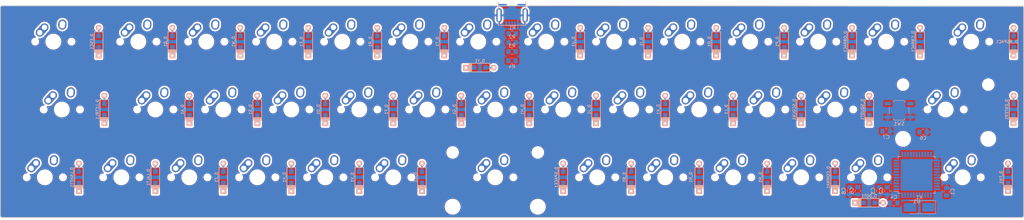
<source format=kicad_pcb>
(kicad_pcb (version 20221018) (generator pcbnew)
  (layers (0 "F.Cu" signal) (31 "B.Cu" signal) (34 "B.Paste" user) (35 "F.Paste" user) (36 "B.SilkS" user "B.Silkscreen") (37 "F.SilkS" user "F.Silkscreen") (38 "B.Mask" user) (39 "F.Mask" user) (44 "Edge.Cuts" user))
  (net 0 "")
  (net 1 "GND")
  (net 2 "Net-(C1-Pad1)")
  (net 3 "Net-(C2-Pad1)")
  (net 4 "VCC")
  (net 5 "Net-(C8-Pad1)")
  (net 6 "Net-(D_A1-Pad2)")
  (net 7 "/Matrix/row1")
  (net 8 "Net-(D_B1-Pad2)")
  (net 9 "/Matrix/row2")
  (net 10 "Net-(D_BSPAC1-Pad2)")
  (net 11 "/Matrix/row0")
  (net 12 "Net-(D_C1-Pad2)")
  (net 13 "Net-(D_CBRAC1-Pad2)")
  (net 14 "Net-(D_COMMA1-Pad2)")
  (net 15 "Net-(D_D1-Pad2)")
  (net 16 "Net-(D_DOT1-Pad2)")
  (net 17 "Net-(D_E1-Pad2)")
  (net 18 "Net-(D_ENTER1-Pad2)")
  (net 19 "Net-(D_ESC1-Pad2)")
  (net 20 "Net-(D_F1-Pad2)")
  (net 21 "Net-(D_FN1-Pad2)")
  (net 22 "Net-(D_G1-Pad2)")
  (net 23 "Net-(D_H1-Pad2)")
  (net 24 "Net-(D_I1-Pad2)")
  (net 25 "Net-(D_J1-Pad2)")
  (net 26 "Net-(D_K1-Pad2)")
  (net 27 "Net-(D_L1-Pad2)")
  (net 28 "Net-(D_LALT1-Pad2)")
  (net 29 "Net-(D_LCTRL1-Pad2)")
  (net 30 "Net-(D_LSHFT1-Pad2)")
  (net 31 "Net-(D_M1-Pad2)")
  (net 32 "Net-(D_N1-Pad2)")
  (net 33 "Net-(D_O1-Pad2)")
  (net 34 "Net-(D_OBRAC1-Pad2)")
  (net 35 "Net-(D_P1-Pad2)")
  (net 36 "Net-(D_Q1-Pad2)")
  (net 37 "Net-(D_R1-Pad2)")
  (net 38 "Net-(D_S1-Pad2)")
  (net 39 "Net-(D_SCOLN1-Pad2)")
  (net 40 "Net-(D_SPACE1-Pad2)")
  (net 41 "Net-(D_SQUOT1-Pad2)")
  (net 42 "Net-(D_T1-Pad2)")
  (net 43 "Net-(D_U1-Pad2)")
  (net 44 "Net-(D_V1-Pad2)")
  (net 45 "Net-(D_W1-Pad2)")
  (net 46 "Net-(D_X1-Pad2)")
  (net 47 "Net-(D_Y1-Pad2)")
  (net 48 "Net-(D_Z1-Pad2)")
  (net 49 "Net-(J1-Pad2)")
  (net 50 "Net-(J1-Pad3)")
  (net 51 "Net-(J1-Pad4)")
  (net 52 "/Matrix/col1")
  (net 53 "/Matrix/col7")
  (net 54 "/Matrix/col13")
  (net 55 "/Matrix/col4")
  (net 56 "/Matrix/col12")
  (net 57 "/Matrix/col10")
  (net 58 "/Matrix/col3")
  (net 59 "/Matrix/col11")
  (net 60 "/Matrix/col0")
  (net 61 "/Matrix/col5")
  (net 62 "/Matrix/col6")
  (net 63 "/Matrix/col8")
  (net 64 "/Matrix/col9")
  (net 65 "/Matrix/col2")
  (net 66 "Net-(R1-Pad1)")
  (net 67 "Net-(R2-Pad2)")
  (net 68 "Net-(R3-Pad1)")
  (net 69 "Net-(R4-Pad1)")
  (net 70 "Net-(U1-Pad1)")
  (net 71 "Net-(U1-Pad7)")
  (net 72 "/col5")
  (net 73 "/col6")
  (net 74 "/col7")
  (net 75 "/col8")
  (net 76 "Net-(U1-Pad12)")
  (net 77 "/row0")
  (net 78 "/row1")
  (net 79 "/row2")
  (net 80 "Net-(U1-Pad21)")
  (net 81 "Net-(U1-Pad22)")
  (net 82 "Net-(U1-Pad25)")
  (net 83 "Net-(U1-Pad26)")
  (net 84 "Net-(U1-Pad27)")
  (net 85 "/col9")
  (net 86 "/col10")
  (net 87 "/col11")
  (net 88 "/col12")
  (net 89 "/col13")
  (net 90 "Net-(U1-Pad34)")
  (net 91 "Net-(U1-Pad35)")
  (net 92 "Net-(U1-Pad36)")
  (net 93 "/col4")
  (net 94 "/col3")
  (net 95 "/col2")
  (net 96 "/col1")
  (net 97 "/col0")
  (net 98 "Net-(U1-Pad42)")
  (net 99 "Net-(U1-Pad43)")
  (net 100 "Net-(U1-Pad44)")
  (footprint "MX_Alps_Hybrid:MX-1U-NoLED" (layer "F.Cu") (at 66.675 57.15)
    (fp_text reference "K_A1")
    (fp_text value "KEYSW")
  )
  (footprint "MX_Alps_Hybrid:MX-1U-NoLED" (layer "F.Cu") (at 190.5 76.2)
    (fp_text reference "K_B1")
    (fp_text value "KEYSW")
  )
  (footprint "MX_Alps_Hybrid:MX-1.5U-NoLED" (layer "F.Cu") (at 295.275 38.1)
    (fp_text reference "K_BSPAC1")
    (fp_text value "KEYSW")
  )
  (footprint "MX_Alps_Hybrid:MX-1U-NoLED" (layer "F.Cu") (at 133.35 76.2)
    (fp_text reference "K_C1")
    (fp_text value "KEYSW")
  )
  (footprint "MX_Alps_Hybrid:MX-1U-NoLED" (layer "F.Cu") (at 271.4625 38.1)
    (fp_text reference "K_CBRAC1")
    (fp_text value "KEYSW")
  )
  (footprint "MX_Alps_Hybrid:MX-1U-NoLED" (layer "F.Cu") (at 247.65 76.2)
    (fp_text reference "K_COMMA1")
    (fp_text value "KEYSW")
  )
  (footprint "MX_Alps_Hybrid:MX-1U-NoLED" (layer "F.Cu") (at 104.775 57.15)
    (fp_text reference "K_D1")
    (fp_text value "KEYSW")
  )
  (footprint "MX_Alps_Hybrid:MX-1U-NoLED" (layer "F.Cu") (at 266.7 76.2)
    (fp_text reference "K_DOT1")
    (fp_text value "KEYSW")
  )
  (footprint "MX_Alps_Hybrid:MX-1U-NoLED" (layer "F.Cu") (at 100.0125 38.1)
    (fp_text reference "K_E1")
    (fp_text value "KEYSW")
  )
  (footprint "MX_Alps_Hybrid:MX-2.25U-NoLED" (layer "F.Cu") (at 288.14 57.15)
    (fp_text reference "K_ENTER1")
    (fp_text value "KEYSW")
  )
  (footprint "MX_Alps_Hybrid:MX-1.5U-NoLED" (layer "F.Cu") (at 38.1 38.1)
    (fp_text reference "K_ESC1")
    (fp_text value "KEYSW")
  )
  (footprint "MX_Alps_Hybrid:MX-1U-NoLED" (layer "F.Cu") (at 123.825 57.15)
    (fp_text reference "K_F1")
    (fp_text value "KEYSW")
  )
  (footprint "MX_Alps_Hybrid:MX-1.75U-NoLED" (layer "F.Cu") (at 292.89375 76.2)
    (fp_text reference "K_FN1")
    (fp_text value "KEYSW")
  )
  (footprint "MX_Alps_Hybrid:MX-1U-NoLED" (layer "F.Cu") (at 142.875 57.15)
    (fp_text reference "K_G1")
    (fp_text value "KEYSW")
  )
  (footprint "MX_Alps_Hybrid:MX-1U-NoLED" (layer "F.Cu") (at 161.925 57.15)
    (fp_text reference "K_H1")
    (fp_text value "KEYSW")
  )
  (footprint "MX_Alps_Hybrid:MX-1U-NoLED" (layer "F.Cu") (at 195.2625 38.1)
    (fp_text reference "K_I1")
    (fp_text value "KEYSW")
  )
  (footprint "MX_Alps_Hybrid:MX-1U-NoLED" (layer "F.Cu") (at 180.975 57.15)
    (fp_text reference "K_J1")
    (fp_text value "KEYSW")
  )
  (footprint "MX_Alps_Hybrid:MX-1U-NoLED" (layer "F.Cu") (at 200.025 57.15)
    (fp_text reference "K_K1")
    (fp_text value "KEYSW")
  )
  (footprint "MX_Alps_Hybrid:MX-1U-NoLED" (layer "F.Cu") (at 219.075 57.15)
    (fp_text reference "K_L1")
    (fp_text value "KEYSW")
  )
  (footprint "MX_Alps_Hybrid:MX-1U-NoLED" (layer "F.Cu") (at 57.15 76.2)
    (fp_text reference "K_LALT1")
    (fp_text value "KEYSW")
  )
  (footprint "MX_Alps_Hybrid:MX-1.75U-NoLED" (layer "F.Cu") (at 40.48 57.16)
    (fp_text reference "K_LCTRL1")
    (fp_text value "KEYSW")
  )
  (footprint "MX_Alps_Hybrid:MX-1.25U-NoLED" (layer "F.Cu") (at 35.71875 76.2)
    (fp_text reference "K_LSHFT1")
    (fp_text value "KEYSW")
  )
  (footprint "MX_Alps_Hybrid:MX-1U-NoLED" (layer "F.Cu") (at 228.6 76.2)
    (fp_text reference "K_M1")
    (fp_text value "KEYSW")
  )
  (footprint "MX_Alps_Hybrid:MX-1U-NoLED" (layer "F.Cu") (at 209.55 76.2)
    (fp_text reference "K_N1")
    (fp_text value "KEYSW")
  )
  (footprint "MX_Alps_Hybrid:MX-1U-NoLED" (layer "F.Cu") (at 214.3125 38.1)
    (fp_text reference "K_O1")
    (fp_text value "KEYSW")
  )
  (footprint "MX_Alps_Hybrid:MX-1U-NoLED" (layer "F.Cu") (at 252.4125 38.1)
    (fp_text reference "K_OBRAC1")
    (fp_text value "KEYSW")
  )
  (footprint "MX_Alps_Hybrid:MX-1U-NoLED" (layer "F.Cu") (at 233.3625 38.1)
    (fp_text reference "K_P1")
    (fp_text value "KEYSW")
  )
  (footprint "MX_Alps_Hybrid:MX-1U-NoLED" (layer "F.Cu") (at 61.9125 38.1)
    (fp_text reference "K_Q1")
    (fp_text value "KEYSW")
  )
  (footprint "MX_Alps_Hybrid:MX-1U-NoLED" (layer "F.Cu") (at 119.0625 38.1)
    (fp_text reference "K_R1")
    (fp_text value "KEYSW")
  )
  (footprint "MX_Alps_Hybrid:MX-1U-NoLED" (layer "F.Cu") (at 85.725 57.15)
    (fp_text reference "K_S1")
    (fp_text value "KEYSW")
  )
  (footprint "MX_Alps_Hybrid:MX-1U-NoLED" (layer "F.Cu") (at 238.125 57.15)
    (fp_text reference "K_SCOLN1")
    (fp_text value "KEYSW")
  )
  (footprint "MX_Alps_Hybrid:MX-2U-NoLED" (layer "F.Cu") (at 161.925 76.2)
    (fp_text reference "K_SPACE1")
    (fp_text value "KEYSW")
  )
  (footprint "MX_Alps_Hybrid:MX-1U-NoLED" (layer "F.Cu") (at 257.175 57.15)
    (fp_text reference "K_SQUOT1")
    (fp_text value "KEYSW")
  )
  (footprint "MX_Alps_Hybrid:MX-1U-NoLED" (layer "F.Cu") (at 138.1125 38.1)
    (fp_text reference "K_T1")
    (fp_text value "KEYSW")
  )
  (footprint "MX_Alps_Hybrid:MX-1U-NoLED" (layer "F.Cu") (at 176.2125 38.1)
    (fp_text reference "K_U1")
    (fp_text value "KEYSW")
  )
  (footprint "MX_Alps_Hybrid:MX-1U-NoLED" (layer "F.Cu") (at 114.3 76.2)
    (fp_text reference "K_V1")
    (fp_text value "KEYSW")
  )
  (footprint "MX_Alps_Hybrid:MX-1U-NoLED" (layer "F.Cu") (at 80.9625 38.1)
    (fp_text reference "K_W1")
    (fp_text value "KEYSW")
  )
  (footprint "MX_Alps_Hybrid:MX-1U-NoLED" (layer "F.Cu") (at 95.25 76.2)
    (fp_text reference "K_X1")
    (fp_text value "KEYSW")
  )
  (footprint "MX_Alps_Hybrid:MX-1U-NoLED" (layer "F.Cu") (at 157.1625 38.1)
    (fp_text reference "K_Y1")
    (fp_text value "KEYSW")
  )
  (footprint "MX_Alps_Hybrid:MX-1U-NoLED" (layer "F.Cu") (at 76.2 76.2)
    (fp_text reference "K_Z1")
    (fp_text value "KEYSW")
  )
  (footprint "Capacitor_SMD:C_0805_2012Metric_Pad1.15x1.40mm_HandSolder" (layer "B.Cu") (at 288.4 80.25 90)
    (fp_text reference "C1")
    (fp_text value "22pF")
  )
  (footprint "Capacitor_SMD:C_0805_2012Metric_Pad1.15x1.40mm_HandSolder" (layer "B.Cu") (at 271.75 80 -90)
    (fp_text reference "C2")
    (fp_text value "22pF")
  )
  (footprint "Capacitor_SMD:C_0805_2012Metric_Pad1.15x1.40mm_HandSolder" (layer "B.Cu") (at 269.5 80 -90)
    (fp_text reference "C3")
    (fp_text value "0.1u")
  )
  (footprint "Capacitor_SMD:C_0805_2012Metric_Pad1.15x1.40mm_HandSolder" (layer "B.Cu") (at 273.6 83.4 180)
    (fp_text reference "C4")
    (fp_text value "0.1u")
  )
  (footprint "Capacitor_SMD:C_0805_2012Metric_Pad1.15x1.40mm_HandSolder" (layer "B.Cu") (at 263.5 80 -90)
    (fp_text reference "C5")
    (fp_text value "0.1u")
  )
  (footprint "Capacitor_SMD:C_0805_2012Metric_Pad1.15x1.40mm_HandSolder" (layer "B.Cu") (at 281.82 63.47)
    (fp_text reference "C6")
    (fp_text value "0.1u")
  )
  (footprint "Capacitor_SMD:C_0805_2012Metric_Pad1.15x1.40mm_HandSolder" (layer "B.Cu") (at 271.475 63.24)
    (fp_text reference "C7")
    (fp_text value "4.7u")
  )
  (footprint "Capacitor_SMD:C_0805_2012Metric_Pad1.15x1.40mm_HandSolder" (layer "B.Cu") (at 261.25 80 -90)
    (fp_text reference "C8")
    (fp_text value "1u")
  )
  (footprint "keyboard_parts:D_SOD123_axial" (layer "B.Cu") (at 76.2 57.15 90)
    (fp_text reference "D_A1")
    (fp_text value "D" hide)
  )
  (footprint "keyboard_parts:D_SOD123_axial" (layer "B.Cu") (at 200.025 76.2 90)
    (fp_text reference "D_B1")
    (fp_text value "D" hide)
  )
  (footprint "keyboard_parts:D_SOD123_axial" (layer "B.Cu") (at 307.18125 38.1 90)
    (fp_text reference "D_BSPAC1")
    (fp_text value "D" hide)
  )
  (footprint "keyboard_parts:D_SOD123_axial" (layer "B.Cu") (at 141.38125 76.2 90)
    (fp_text reference "D_C1")
    (fp_text value "D" hide)
  )
  (footprint "keyboard_parts:D_SOD123_axial" (layer "B.Cu") (at 280.9875 38.1 90)
    (fp_text reference "D_CBRAC1")
    (fp_text value "D" hide)
  )
  (footprint "keyboard_parts:D_SOD123_axial" (layer "B.Cu") (at 257.175 76.2 90)
    (fp_text reference "D_COMMA1")
    (fp_text value "D" hide)
  )
  (footprint "keyboard_parts:D_SOD123_axial" (layer "B.Cu") (at 114.3 57.15 90)
    (fp_text reference "D_D1")
    (fp_text value "D" hide)
  )
  (footprint "keyboard_parts:D_SOD123_axial" (layer "B.Cu") (at 266.7 83.34375)
    (fp_text reference "D_DOT1")
    (fp_text value "D" hide)
  )
  (footprint "keyboard_parts:D_SOD123_axial" (layer "B.Cu") (at 109.5375 38.1 90)
    (fp_text reference "D_E1")
    (fp_text value "D" hide)
  )
  (footprint "keyboard_parts:D_SOD123_axial" (layer "B.Cu") (at 307.18125 57.15 90)
    (fp_text reference "D_ENTER1")
    (fp_text value "D" hide)
  )
  (footprint "keyboard_parts:D_SOD123_axial" (layer "B.Cu") (at 50.8125 38.1 90)
    (fp_text reference "D_ESC1")
    (fp_text value "D" hide)
  )
  (footprint "keyboard_parts:D_SOD123_axial" (layer "B.Cu") (at 133.35 57.15 90)
    (fp_text reference "D_F1")
    (fp_text value "D" hide)
  )
  (footprint "keyboard_parts:D_SOD123_axial" (layer "B.Cu") (at 305.60625 76.2 90)
    (fp_text reference "D_FN1")
    (fp_text value "D" hide)
  )
  (footprint "keyboard_parts:D_SOD123_axial" (layer "B.Cu") (at 152.4 57.15 90)
    (fp_text reference "D_G1")
    (fp_text value "D" hide)
  )
  (footprint "keyboard_parts:D_SOD123_axial" (layer "B.Cu") (at 171.45 57.15 90)
    (fp_text reference "D_H1")
    (fp_text value "D" hide)
  )
  (footprint "keyboard_parts:D_SOD123_axial" (layer "B.Cu") (at 204.7875 38.1 90)
    (fp_text reference "D_I1")
    (fp_text value "D" hide)
  )
  (footprint "keyboard_parts:D_SOD123_axial" (layer "B.Cu") (at 190.18125 57.15 90)
    (fp_text reference "D_J1")
    (fp_text value "D" hide)
  )
  (footprint "keyboard_parts:D_SOD123_axial" (layer "B.Cu") (at 209.55 57.15 90)
    (fp_text reference "D_K1")
    (fp_text value "D" hide)
  )
  (footprint "keyboard_parts:D_SOD123_axial" (layer "B.Cu") (at 228.6 57.15 90)
    (fp_text reference "D_L1")
    (fp_text value "D" hide)
  )
  (footprint "keyboard_parts:D_SOD123_axial" (layer "B.Cu") (at 66.675 76.2 90)
    (fp_text reference "D_LALT1")
    (fp_text value "D" hide)
  )
  (footprint "keyboard_parts:D_SOD123_axial" (layer "B.Cu") (at 52.3875 57.15 90)
    (fp_text reference "D_LCTRL1")
    (fp_text value "D" hide)
  )
  (footprint "keyboard_parts:D_SOD123_axial" (layer "B.Cu") (at 45.24375 76.2 90)
    (fp_text reference "D_LSHFT1")
    (fp_text value "D" hide)
  )
  (footprint "keyboard_parts:D_SOD123_axial" (layer "B.Cu") (at 238.125 76.2 90)
    (fp_text reference "D_M1")
    (fp_text value "D" hide)
  )
  (footprint "keyboard_parts:D_SOD123_axial" (layer "B.Cu") (at 219.075 76.2 90)
    (fp_text reference "D_N1")
    (fp_text value "D" hide)
  )
  (footprint "keyboard_parts:D_SOD123_axial" (layer "B.Cu") (at 223.8375 38.1 90)
    (fp_text reference "D_O1")
    (fp_text value "D" hide)
  )
  (footprint "keyboard_parts:D_SOD123_axial" (layer "B.Cu") (at 261.9375 38.1 90)
    (fp_text reference "D_OBRAC1")
    (fp_text value "D" hide)
  )
  (footprint "keyboard_parts:D_SOD123_axial" (layer "B.Cu") (at 242.8875 38.1 90)
    (fp_text reference "D_P1")
    (fp_text value "D" hide)
  )
  (footprint "keyboard_parts:D_SOD123_axial" (layer "B.Cu") (at 71.4375 38.1 90)
    (fp_text reference "D_Q1")
    (fp_text value "D" hide)
  )
  (footprint "keyboard_parts:D_SOD123_axial" (layer "B.Cu") (at 128.87 38.1 90)
    (fp_text reference "D_R1")
    (fp_text value "D" hide)
  )
  (footprint "keyboard_parts:D_SOD123_axial" (layer "B.Cu") (at 95.25 57.15 90)
    (fp_text reference "D_S1")
    (fp_text value "D" hide)
  )
  (footprint "keyboard_parts:D_SOD123_axial" (layer "B.Cu") (at 247.65 57.15 90)
    (fp_text reference "D_SCOLN1")
    (fp_text value "D" hide)
  )
  (footprint "keyboard_parts:D_SOD123_axial" (layer "B.Cu") (at 180.975 76.2 90)
    (fp_text reference "D_SPACE1")
    (fp_text value "D" hide)
  )
  (footprint "keyboard_parts:D_SOD123_axial" (layer "B.Cu") (at 266.74 57.15 90)
    (fp_text reference "D_SQUOT1")
    (fp_text value "D" hide)
  )
  (footprint "keyboard_parts:D_SOD123_axial" (layer "B.Cu") (at 147.6375 38.1 90)
    (fp_text reference "D_T1")
    (fp_text value "D" hide)
  )
  (footprint "keyboard_parts:D_SOD123_axial" (layer "B.Cu") (at 185.7375 38.1 90)
    (fp_text reference "D_U1")
    (fp_text value "D" hide)
  )
  (footprint "keyboard_parts:D_SOD123_axial" (layer "B.Cu") (at 123.825 76.2 90)
    (fp_text reference "D_V1")
    (fp_text value "D" hide)
  )
  (footprint "keyboard_parts:D_SOD123_axial" (layer "B.Cu") (at 90.4875 38.1 90)
    (fp_text reference "D_W1")
    (fp_text value "D" hide)
  )
  (footprint "keyboard_parts:D_SOD123_axial" (layer "B.Cu") (at 104.775 76.2 90)
    (fp_text reference "D_X1")
    (fp_text value "D" hide)
  )
  (footprint "keyboard_parts:D_SOD123_axial" (layer "B.Cu") (at 157.6 45.4)
    (fp_text reference "D_Y1")
    (fp_text value "D" hide)
  )
  (footprint "keyboard_parts:D_SOD123_axial" (layer "B.Cu") (at 85.725 76.2 90)
    (fp_text reference "D_Z1")
    (fp_text value "D" hide)
  )
  (footprint "keyboard_parts:USB_miniB_hirose_5S8" (layer "B.Cu") (at 166.65 33.1)
    (fp_text reference "J1" hide)
    (fp_text value "USB_mini_micro_B" hide)
  )
  (footprint "Resistor_SMD:R_0805_2012Metric_Pad1.15x1.40mm_HandSolder" (layer "B.Cu") (at 166.7 35.85 180)
    (fp_text reference "R1")
    (fp_text value "10k")
  )
  (footprint "Resistor_SMD:R_0805_2012Metric_Pad1.15x1.40mm_HandSolder" (layer "B.Cu") (at 166.65 38.4 180)
    (fp_text reference "R2")
    (fp_text value "10k")
  )
  (footprint "Resistor_SMD:R_0805_2012Metric_Pad1.15x1.40mm_HandSolder" (layer "B.Cu") (at 166.65 40.9 180)
    (fp_text reference "R3")
    (fp_text value "22")
  )
  (footprint "Resistor_SMD:R_0805_2012Metric_Pad1.15x1.40mm_HandSolder" (layer "B.Cu") (at 166.6 43.45)
    (fp_text reference "R4")
    (fp_text value "22")
  )
  (footprint "Button_Switch_SMD:SW_SPST_TL3342" (layer "B.Cu") (at 275.1 57.4)
    (fp_text reference "SW1")
    (fp_text value "SW_PUSH")
  )
  (footprint "Package_QFP:TQFP-44_10x10mm_P0.8mm" (layer "B.Cu") (at 280 75.5)
    (fp_text reference "U1")
    (fp_text value "ATMEGA32U4")
  )
  (footprint "Crystal:Crystal_SMD_5032-2Pin_5.0x3.2mm_HandSoldering" (layer "B.Cu") (at 280.75 84.6 180)
    (fp_text reference "X1")
    (fp_text value "XTAL_GND")
  )
  (gr_line (start 309.5 28) (end 23.75 28) (stroke (width 0.2)) (layer "Edge.Cuts"))
  (gr_line (start 310 28.5) (end 310 87) (stroke (width 0.2)) (layer "Edge.Cuts"))
  (gr_line (start 23.75 87.5) (end 309.5 87.5) (stroke (width 0.2)) (layer "Edge.Cuts"))
  (gr_arc (start 309.5 28) (mid 309.853553 28.146447) (end 310 28.5) (stroke (width 0.2)) (layer "Edge.Cuts"))
  (gr_arc (start 23.75 87.5) (mid 23.396447 87.353553) (end 23.25 87) (stroke (width 0.2)) (layer "Edge.Cuts"))
  (gr_arc (start 23.25 28.5) (mid 23.396447 28.146447) (end 23.75 28) (stroke (width 0.2)) (layer "Edge.Cuts"))
  (gr_arc (start 310 87) (mid 309.853553 87.353553) (end 309.5 87.5) (stroke (width 0.2)) (layer "Edge.Cuts"))
  (gr_line (start 23.25 28.5) (end 23.25 87) (stroke (width 0.2)) (layer "Edge.Cuts"))
  (zone (net 1) (net_name "GND") (layer "F.Cu") (connect_pads (clearance 0.508)) (min_thickness 0.254) (fill yes (thermal_gap 0.508) (thermal_bridge_width 0.508))
    (polygon (pts (xy 310 28) (xy 310 87.5) (xy 23.25 87.5) (xy 23.25 28) (xy 310 28.25)))
  )
  (zone (net 1) (net_name "GND") (layer "B.Cu") (connect_pads (clearance 0.508)) (min_thickness 0.254) (fill yes (thermal_gap 0.508) (thermal_bridge_width 0.508))
    (polygon (pts (xy 310 28.25) (xy 310 87.5) (xy 23.25 87.5) (xy 23.25 28)))
  )
)
</source>
